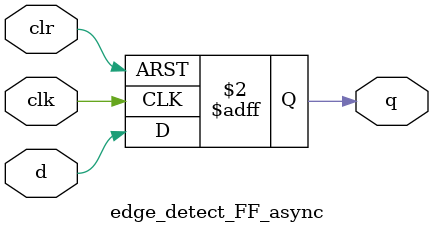
<source format=sv>


module pulse_edge(
	input logic outclk, 
	input logic async_sig, 
	output logic out_sync_sig);
logic Q_A, Q_B, Q_C, Q_D;

	
	edge_detect_FF_async FF_A (.clk(async_sig), .clr(!async_sig & Q_C), .d(1'b1), .q(Q_A)); 
	edge_detect_FF_async FF_B (.clk(outclk), .clr(1'b0), .d(Q_A), .q(Q_B));
	edge_detect_FF_async FF_C (.clk(outclk), .clr(1'b0), .d(Q_B), .q(Q_C));
	edge_detect_FF_async FF_D (.clk(outclk), .clr(1'b0), .d(Q_C), .q(Q_D)); 
	
	assign out_sync_sig = !Q_D & Q_C;
	
endmodule

module edge_detect_FF_async (
input logic clk, 
input logic d, 
input logic clr, 
output logic q); 
	always_ff @(posedge clk, posedge clr)
		if (clr)	q <= 1'b0;
		else 		q <= d;
endmodule


</source>
